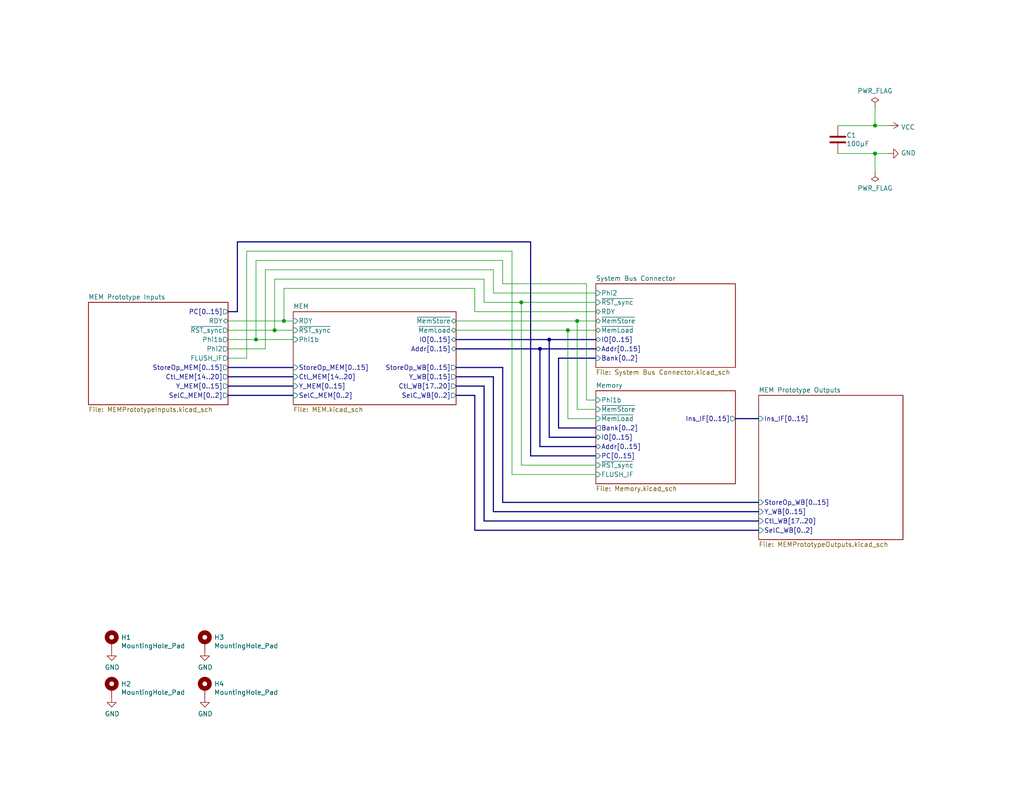
<source format=kicad_sch>
(kicad_sch (version 20250114) (generator "eeschema") (generator_version "9.0")
  (paper "USLetter")
  (title_block (title "Turtle16: MEM, RAM, ROM") (date "2023-11-07") (rev "D") (comment 4 "MEM Pipeline Stage and Computer Memory"))
  (lib_symbols
    (symbol "Device:C" (pin_numbers (hide yes)) (pin_names (offset 0.254))
      (property "Reference" "C" (at 0.635 2.54 0))
      (property "Value" "C" (at 0.635 -2.54 0))
      (symbol "C_0_1"
        (polyline (pts (xy -2.032 0.762) (xy 2.032 0.762)) (stroke (width 0.508)))
        (polyline (pts (xy -2.032 -0.762) (xy 2.032 -0.762)) (stroke (width 0.508)))
      )
      (symbol "C_1_1"
        (pin passive line (at 0 3.81 270) (length 2.794) (name "~") (number "1"))
        (pin passive line (at 0 -3.81 90) (length 2.794) (name "~") (number "2"))
      )
    )
    (symbol "Mechanical:MountingHole_Pad" (pin_numbers (hide yes)) (pin_names (offset 1.016) (hide yes))
      (property "Reference" "H" (at 0 6.35 0))
      (property "Value" "MountingHole_Pad" (at 0 4.445 0))
      (symbol "MountingHole_Pad_0_1"
        (circle (center 0 1.27) (radius 1.27) (stroke (width 1.27)))
      )
      (symbol "MountingHole_Pad_1_1"
        (pin input line (at 0 -2.54 90) (length 2.54) (name "1") (number "1"))
      )
    )
    (symbol "power:GND" (power) (pin_names (offset 0))
      (property "Value" "GND" (at 0 -3.81 0))
      (symbol "GND_0_1"
        (polyline (pts (xy 0 0) (xy 0 -1.27) (xy 1.27 -1.27) (xy 0 -2.54) (xy -1.27 -1.27) (xy 0 -1.27)))
      )
      (symbol "GND_1_1"
        (pin power_in line (at 0 0 270) (length 0) (hide yes) (name "GND") (number "1"))
      )
    )
    (symbol "power:PWR_FLAG" (power) (pin_numbers (hide yes)) (pin_names (offset 0) (hide yes))
      (property "Value" "PWR_FLAG" (at 0 3.81 0))
      (symbol "PWR_FLAG_0_0"
        (pin power_out line (at 0 0 90) (length 0) (name "pwr") (number "1"))
      )
      (symbol "PWR_FLAG_0_1"
        (polyline (pts (xy 0 0) (xy 0 1.27) (xy -1.016 1.905) (xy 0 2.54) (xy 1.016 1.905) (xy 0 1.27)))
      )
    )
    (symbol "power:VCC" (power) (pin_names (offset 0))
      (property "Value" "VCC" (at 0 3.81 0))
      (symbol "VCC_0_1"
        (polyline (pts (xy -0.762 1.27) (xy 0 2.54)))
        (polyline (pts (xy 0 2.54) (xy 0.762 1.27)))
        (polyline (pts (xy 0 0) (xy 0 2.54)))
      )
      (symbol "VCC_1_1"
        (pin power_in line (at 0 0 90) (length 0) (hide yes) (name "VCC") (number "1"))
      )
    )
  )
  (junction (at 238.76 41.91))
  (junction (at 147.32 95.25))
  (junction (at 149.86 92.71))
  (junction (at 69.85 92.71))
  (junction (at 142.24 82.55))
  (junction (at 74.93 90.17))
  (junction (at 238.76 34.29))
  (junction (at 77.47 87.63))
  (junction (at 154.94 90.17))
  (junction (at 157.48 87.63))
  (bus (pts (xy 62.23 107.95) (xy 80.01 107.95)))
  (bus (pts (xy 207.01 137.16) (xy 137.16 137.16)))
  (bus (pts (xy 147.32 121.92) (xy 162.56 121.92)))
  (wire (pts (xy 134.62 80.01) (xy 134.62 73.66)))
  (bus (pts (xy 64.77 85.09) (xy 62.23 85.09)))
  (wire (pts (xy 228.6 41.91) (xy 238.76 41.91)))
  (wire (pts (xy 154.94 90.17) (xy 154.94 114.3)))
  (wire (pts (xy 124.46 87.63) (xy 157.48 87.63)))
  (wire (pts (xy 62.23 87.63) (xy 77.47 87.63)))
  (wire (pts (xy 137.16 77.47) (xy 160.02 77.47)))
  (wire (pts (xy 160.02 109.22) (xy 160.02 77.47)))
  (bus (pts (xy 152.4 97.79) (xy 152.4 116.84)))
  (bus (pts (xy 124.46 107.95) (xy 129.54 107.95)))
  (wire (pts (xy 157.48 87.63) (xy 162.56 87.63)))
  (bus (pts (xy 147.32 95.25) (xy 147.32 121.92)))
  (wire (pts (xy 162.56 80.01) (xy 134.62 80.01)))
  (bus (pts (xy 62.23 105.41) (xy 80.01 105.41)))
  (wire (pts (xy 162.56 85.09) (xy 129.54 85.09)))
  (bus (pts (xy 134.62 102.87) (xy 134.62 139.7)))
  (bus (pts (xy 144.78 66.04) (xy 64.77 66.04)))
  (wire (pts (xy 162.56 114.3) (xy 154.94 114.3)))
  (bus (pts (xy 132.08 105.41) (xy 124.46 105.41)))
  (wire (pts (xy 242.57 34.29) (xy 238.76 34.29)))
  (bus (pts (xy 124.46 102.87) (xy 134.62 102.87)))
  (wire (pts (xy 139.7 68.58) (xy 139.7 129.54)))
  (wire (pts (xy 69.85 71.12) (xy 69.85 92.71)))
  (wire (pts (xy 62.23 90.17) (xy 74.93 90.17)))
  (bus (pts (xy 162.56 124.46) (xy 144.78 124.46)))
  (wire (pts (xy 67.31 68.58) (xy 139.7 68.58)))
  (wire (pts (xy 124.46 90.17) (xy 154.94 90.17)))
  (bus (pts (xy 132.08 142.24) (xy 132.08 105.41)))
  (wire (pts (xy 137.16 71.12) (xy 137.16 77.47)))
  (wire (pts (xy 154.94 90.17) (xy 162.56 90.17)))
  (bus (pts (xy 64.77 66.04) (xy 64.77 85.09)))
  (wire (pts (xy 74.93 90.17) (xy 74.93 76.2)))
  (wire (pts (xy 142.24 82.55) (xy 162.56 82.55)))
  (bus (pts (xy 134.62 139.7) (xy 207.01 139.7)))
  (wire (pts (xy 238.76 29.21) (xy 238.76 34.29)))
  (wire (pts (xy 142.24 127) (xy 162.56 127)))
  (wire (pts (xy 157.48 111.76) (xy 157.48 87.63)))
  (bus (pts (xy 200.66 114.3) (xy 207.01 114.3)))
  (bus (pts (xy 149.86 92.71) (xy 149.86 119.38)))
  (wire (pts (xy 72.39 73.66) (xy 72.39 95.25)))
  (bus (pts (xy 149.86 119.38) (xy 162.56 119.38)))
  (wire (pts (xy 162.56 111.76) (xy 157.48 111.76)))
  (bus (pts (xy 147.32 95.25) (xy 162.56 95.25)))
  (wire (pts (xy 238.76 46.99) (xy 238.76 41.91)))
  (bus (pts (xy 62.23 100.33) (xy 80.01 100.33)))
  (bus (pts (xy 144.78 124.46) (xy 144.78 66.04)))
  (bus (pts (xy 149.86 92.71) (xy 162.56 92.71)))
  (bus (pts (xy 129.54 107.95) (xy 129.54 144.78)))
  (wire (pts (xy 134.62 73.66) (xy 72.39 73.66)))
  (wire (pts (xy 67.31 97.79) (xy 67.31 68.58)))
  (wire (pts (xy 129.54 85.09) (xy 129.54 78.74)))
  (bus (pts (xy 152.4 116.84) (xy 162.56 116.84)))
  (wire (pts (xy 139.7 129.54) (xy 162.56 129.54)))
  (wire (pts (xy 69.85 71.12) (xy 137.16 71.12)))
  (wire (pts (xy 129.54 78.74) (xy 77.47 78.74)))
  (bus (pts (xy 124.46 95.25) (xy 147.32 95.25)))
  (bus (pts (xy 162.56 97.79) (xy 152.4 97.79)))
  (wire (pts (xy 62.23 92.71) (xy 69.85 92.71)))
  (bus (pts (xy 137.16 137.16) (xy 137.16 100.33)))
  (bus (pts (xy 207.01 142.24) (xy 132.08 142.24)))
  (wire (pts (xy 62.23 97.79) (xy 67.31 97.79)))
  (wire (pts (xy 238.76 41.91) (xy 242.57 41.91)))
  (wire (pts (xy 62.23 95.25) (xy 72.39 95.25)))
  (wire (pts (xy 142.24 82.55) (xy 142.24 127)))
  (wire (pts (xy 228.6 34.29) (xy 238.76 34.29)))
  (bus (pts (xy 62.23 102.87) (xy 80.01 102.87)))
  (wire (pts (xy 160.02 109.22) (xy 162.56 109.22)))
  (wire (pts (xy 69.85 92.71) (xy 80.01 92.71)))
  (wire (pts (xy 77.47 87.63) (xy 80.01 87.63)))
  (wire (pts (xy 74.93 76.2) (xy 132.08 76.2)))
  (wire (pts (xy 74.93 90.17) (xy 80.01 90.17)))
  (bus (pts (xy 137.16 100.33) (xy 124.46 100.33)))
  (wire (pts (xy 132.08 76.2) (xy 132.08 82.55)))
  (wire (pts (xy 77.47 78.74) (xy 77.47 87.63)))
  (bus (pts (xy 124.46 92.71) (xy 149.86 92.71)))
  (wire (pts (xy 132.08 82.55) (xy 142.24 82.55)))
  (bus (pts (xy 129.54 144.78) (xy 207.01 144.78)))
  (symbol (lib_id "Mechanical:MountingHole_Pad") (at 30.48 175.26 0) (unit 1)
    (property "Reference" "H1" (at 33.02 174.0154 0) (effects (justify left)))
    (property "Value" "MountingHole_Pad" (at 33.02 176.3268 0) (effects (justify left)))
    (property "Footprint" "MountingHole:MountingHole_3.2mm_M3_Pad" (effects (hide yes)))
  )
  (symbol (lib_id "Mechanical:MountingHole_Pad") (at 55.88 175.26 0) (unit 1)
    (property "Reference" "H3" (at 58.42 174.0154 0) (effects (justify left)))
    (property "Value" "MountingHole_Pad" (at 58.42 176.3268 0) (effects (justify left)))
    (property "Footprint" "MountingHole:MountingHole_3.2mm_M3_Pad" (effects (hide yes)))
  )
  (symbol (lib_id "power:GND") (at 30.48 177.8 0) (unit 1)
    (property "Reference" "#PWR01" (effects (hide yes)))
    (property "Value" "GND" (at 30.607 182.1942 0))
  )
  (symbol (lib_id "power:GND") (at 55.88 177.8 0) (unit 1)
    (property "Reference" "#PWR03" (effects (hide yes)))
    (property "Value" "GND" (at 56.007 182.1942 0))
  )
  (symbol (lib_id "Mechanical:MountingHole_Pad") (at 30.48 187.96 0) (unit 1)
    (property "Reference" "H2" (at 33.02 186.7154 0) (effects (justify left)))
    (property "Value" "MountingHole_Pad" (at 33.02 189.0268 0) (effects (justify left)))
    (property "Footprint" "MountingHole:MountingHole_3.2mm_M3_Pad" (effects (hide yes)))
  )
  (symbol (lib_id "Mechanical:MountingHole_Pad") (at 55.88 187.96 0) (unit 1)
    (property "Reference" "H4" (at 58.42 186.7154 0) (effects (justify left)))
    (property "Value" "MountingHole_Pad" (at 58.42 189.0268 0) (effects (justify left)))
    (property "Footprint" "MountingHole:MountingHole_3.2mm_M3_Pad" (effects (hide yes)))
  )
  (symbol (lib_id "power:GND") (at 30.48 190.5 0) (unit 1)
    (property "Reference" "#PWR02" (effects (hide yes)))
    (property "Value" "GND" (at 30.607 194.8942 0))
  )
  (symbol (lib_id "power:GND") (at 55.88 190.5 0) (unit 1)
    (property "Reference" "#PWR04" (effects (hide yes)))
    (property "Value" "GND" (at 56.007 194.8942 0))
  )
  (symbol (lib_id "power:VCC") (at 242.57 34.29 270) (unit 1)
    (property "Reference" "#PWR05" (effects (hide yes)))
    (property "Value" "VCC" (at 245.8212 34.7218 90) (effects (justify left)))
  )
  (symbol (lib_id "power:GND") (at 242.57 41.91 90) (unit 1)
    (property "Reference" "#PWR06" (effects (hide yes)))
    (property "Value" "GND" (at 245.8212 41.783 90) (effects (justify right)))
  )
  (symbol (lib_id "Device:C") (at 228.6 38.1 0) (unit 1)
    (property "Reference" "C1" (at 230.9368 36.9316 0) (effects (justify left)))
    (property "Value" "100µF" (at 230.9368 39.243 0) (effects (justify left)))
    (property "Footprint" "Capacitor_SMD:C_1206_3216Metric_Pad1.33x1.80mm_HandSolder" (effects (hide yes)))
    (property "Mouser" "https://www.mouser.com/ProductDetail/963-AMK316ABJ107ML-T" (effects (hide yes)))
  )
  (symbol (lib_id "power:PWR_FLAG") (at 238.76 46.99 180) (unit 1)
    (property "Reference" "#FLG02" (effects (hide yes)))
    (property "Value" "PWR_FLAG" (at 238.76 51.3842 0))
  )
  (symbol (lib_id "power:PWR_FLAG") (at 238.76 29.21 0) (unit 1)
    (property "Reference" "#FLG01" (effects (hide yes)))
    (property "Value" "PWR_FLAG" (at 238.76 24.8158 0))
  )
  (sheet (at 162.56 77.47) (size 38.1 22.86)
    (property "Sheetname" "System Bus Connector" (at 162.56 76.7584 0) (effects (justify left bottom)))
    (property "Sheetfile" "System Bus Connector.kicad_sch" (at 162.56 100.9146 0) (effects (justify left top)))
    (pin "IO[0..15]" tri_state (at 162.56 92.71 180))
    (pin "Addr[0..15]" tri_state (at 162.56 95.25 180))
    (pin "~{MemLoad}" tri_state (at 162.56 90.17 180))
    (pin "~{MemStore}" tri_state (at 162.56 87.63 180))
    (pin "RDY" bidirectional (at 162.56 85.09 180))
    (pin "Phi2" input (at 162.56 80.01 180))
    (pin "~{RST_sync}" input (at 162.56 82.55 180))
    (pin "Bank[0..2]" input (at 162.56 97.79 180))
  )
  (sheet (at 80.01 85.09) (size 44.45 25.4)
    (property "Sheetname" "MEM" (at 80.01 84.3784 0) (effects (justify left bottom)))
    (property "Sheetfile" "MEM.kicad_sch" (at 80.01 111.0746 0) (effects (justify left top)))
    (pin "StoreOp_MEM[0..15]" input (at 80.01 100.33 180))
    (pin "StoreOp_WB[0..15]" output (at 124.46 100.33 0))
    (pin "Y_MEM[0..15]" input (at 80.01 105.41 180))
    (pin "Ctl_MEM[14..20]" input (at 80.01 102.87 180))
    (pin "~{MemStore}" tri_state (at 124.46 87.63 0))
    (pin "~{MemLoad}" tri_state (at 124.46 90.17 0))
    (pin "IO[0..15]" tri_state (at 124.46 92.71 0))
    (pin "Addr[0..15]" tri_state (at 124.46 95.25 0))
    (pin "RDY" input (at 80.01 87.63 180))
    (pin "SelC_WB[0..2]" output (at 124.46 107.95 0))
    (pin "SelC_MEM[0..2]" input (at 80.01 107.95 180))
    (pin "Ctl_WB[17..20]" output (at 124.46 105.41 0))
    (pin "Y_WB[0..15]" output (at 124.46 102.87 0))
    (pin "~{RST_sync}" input (at 80.01 90.17 180))
    (pin "Phi1b" input (at 80.01 92.71 180))
  )
  (sheet (at 162.56 106.68) (size 38.1 25.4) (stroke (width 0.1524))
    (property "Sheetname" "Memory" (at 162.56 105.9684 0) (effects (justify left bottom)))
    (property "Sheetfile" "Memory.kicad_sch" (at 162.56 132.6646 0) (effects (justify left top)))
    (pin "~{MemStore}" input (at 162.56 111.76 180))
    (pin "~{MemLoad}" input (at 162.56 114.3 180))
    (pin "Phi1b" input (at 162.56 109.22 180))
    (pin "~{RST_sync}" input (at 162.56 127 180))
    (pin "FLUSH_IF" input (at 162.56 129.54 180))
    (pin "Addr[0..15]" tri_state (at 162.56 121.92 180))
    (pin "IO[0..15]" tri_state (at 162.56 119.38 180))
    (pin "Bank[0..2]" output (at 162.56 116.84 180))
    (pin "PC[0..15]" input (at 162.56 124.46 180))
    (pin "Ins_IF[0..15]" output (at 200.66 114.3 0))
  )
  (sheet (at 24.13 82.55) (size 38.1 27.94) (stroke (width 0.1524))
    (property "Sheetname" "MEM Prototype Inputs" (at 24.13 81.8384 0) (effects (justify left bottom)))
    (property "Sheetfile" "MEMPrototypeInputs.kicad_sch" (at 24.13 111.0746 0) (effects (justify left top)))
    (pin "PC[0..15]" output (at 62.23 85.09 0))
    (pin "Y_MEM[0..15]" output (at 62.23 105.41 0))
    (pin "Phi1b" output (at 62.23 92.71 0))
    (pin "Ctl_MEM[14..20]" output (at 62.23 102.87 0))
    (pin "SelC_MEM[0..2]" output (at 62.23 107.95 0))
    (pin "StoreOp_MEM[0..15]" output (at 62.23 100.33 0))
    (pin "~{RST_sync}" output (at 62.23 90.17 0))
    (pin "RDY" tri_state (at 62.23 87.63 0))
    (pin "Phi2" output (at 62.23 95.25 0))
    (pin "FLUSH_IF" output (at 62.23 97.79 0))
  )
  (sheet (at 207.01 107.95) (size 39.37 39.37) (stroke (width 0.1524))
    (property "Sheetname" "MEM Prototype Outputs" (at 207.01 107.2384 0) (effects (justify left bottom)))
    (property "Sheetfile" "MEMPrototypeOutputs.kicad_sch" (at 207.01 147.9046 0) (effects (justify left top)))
    (pin "Ins_IF[0..15]" input (at 207.01 114.3 180))
    (pin "StoreOp_WB[0..15]" input (at 207.01 137.16 180))
    (pin "SelC_WB[0..2]" input (at 207.01 144.78 180))
    (pin "Y_WB[0..15]" input (at 207.01 139.7 180))
    (pin "Ctl_WB[17..20]" input (at 207.01 142.24 180))
  )
)
</source>
